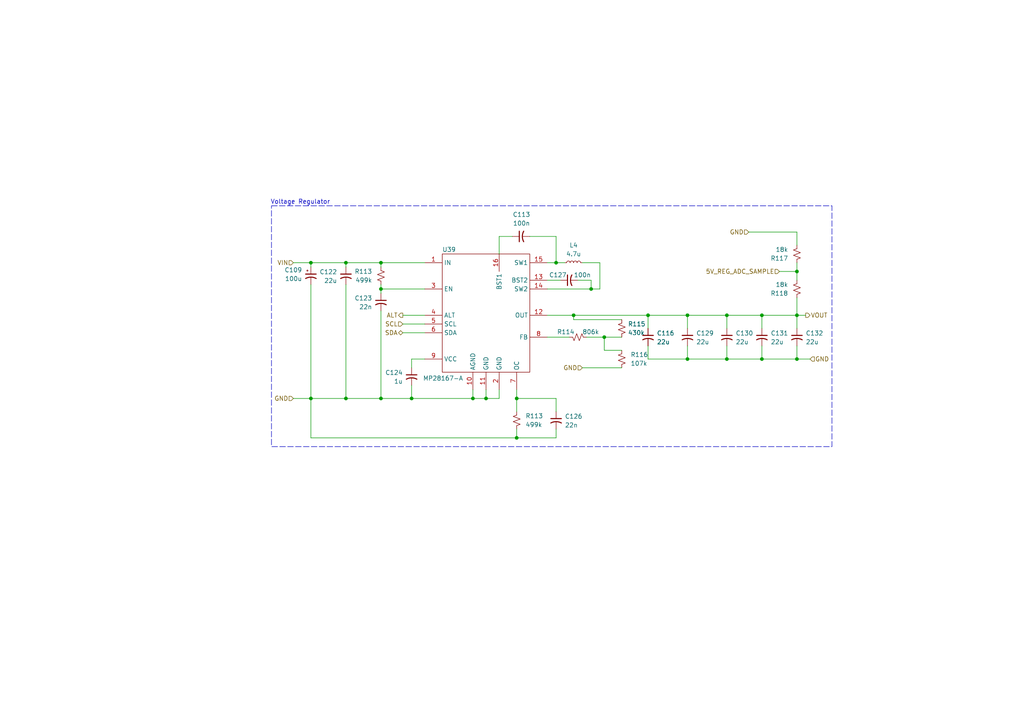
<source format=kicad_sch>
(kicad_sch (version 20250114) (generator "eeschema") (generator_version "9.0")
  (paper "A4")
  (title_block (title "OSUSat CubeSat EPS") (date "2025-08-22") (rev "1") (company "SCRT"))
  (lib_symbols
    (symbol "Device:C_Polarized_Small_US" (pin_numbers (hide yes)) (pin_names (offset 0.254) (hide yes))
      (property "Reference" "C" (at 0.254 1.778 0))
      (property "Value" "C_Polarized_Small_US" (at 0.254 -2.032 0))
      (symbol "C_Polarized_Small_US_0_1"
        (polyline (pts (xy -1.524 0.508) (xy 1.524 0.508)) (stroke (width 0.3048)))
        (polyline (pts (xy -1.27 1.524) (xy -0.762 1.524)))
        (polyline (pts (xy -1.016 1.27) (xy -1.016 1.778)))
        (arc (start -1.524 -0.762) (mid 0 -0.3734) (end 1.524 -0.762) (stroke (width 0.3048)))
      )
      (symbol "C_Polarized_Small_US_1_1"
        (pin passive line (at 0 2.54 270) (length 2.032) (name "~") (number "1"))
        (pin passive line (at 0 -2.54 90) (length 2.032) (name "~") (number "2"))
      )
    )
    (symbol "Device:C_Small_US" (pin_numbers (hide yes)) (pin_names (offset 0.254) (hide yes))
      (property "Reference" "C" (at 0.254 1.778 0))
      (property "Value" "C_Small_US" (at 0.254 -2.032 0))
      (symbol "C_Small_US_0_1"
        (polyline (pts (xy -1.524 0.508) (xy 1.524 0.508)) (stroke (width 0.3048)))
        (arc (start -1.524 -0.762) (mid 0 -0.3734) (end 1.524 -0.762) (stroke (width 0.3048)))
      )
      (symbol "C_Small_US_1_1"
        (pin passive line (at 0 2.54 270) (length 2.032) (name "~") (number "1"))
        (pin passive line (at 0 -2.54 90) (length 2.032) (name "~") (number "2"))
      )
    )
    (symbol "Device:L_Small" (pin_numbers (hide yes)) (pin_names (offset 0.254) (hide yes))
      (property "Reference" "L" (at 0.762 1.016 0))
      (property "Value" "L_Small" (at 0.762 -1.016 0))
      (symbol "L_Small_0_1"
        (arc (start 0 2.032) (mid 0.5058 1.524) (end 0 1.016))
        (arc (start 0 1.016) (mid 0.5058 0.508) (end 0 0))
        (arc (start 0 0) (mid 0.5058 -0.508) (end 0 -1.016))
        (arc (start 0 -1.016) (mid 0.5058 -1.524) (end 0 -2.032))
      )
      (symbol "L_Small_1_1"
        (pin passive line (at 0 2.54 270) (length 0.508) (name "~") (number "1"))
        (pin passive line (at 0 -2.54 90) (length 0.508) (name "~") (number "2"))
      )
    )
    (symbol "Device:R_Small_US" (pin_numbers (hide yes)) (pin_names (offset 0.254) (hide yes))
      (property "Reference" "R" (at 0.762 0.508 0))
      (property "Value" "R_Small_US" (at 0.762 -1.016 0))
      (symbol "R_Small_US_1_1"
        (polyline (pts (xy 0 1.524) (xy 1.016 1.143) (xy 0 0.762) (xy -1.016 0.381) (xy 0 0)))
        (polyline (pts (xy 0 0) (xy 1.016 -0.381) (xy 0 -0.762) (xy -1.016 -1.143) (xy 0 -1.524)))
        (pin passive line (at 0 2.54 270) (length 1.016) (name "~") (number "1"))
        (pin passive line (at 0 -2.54 90) (length 1.016) (name "~") (number "2"))
      )
    )
    (symbol "EPS:MP28167-A"
      (property "Reference" "U" (at -12.446 19.05 0))
      (property "Value" "MP28167-A" (at -13.462 -18.542 0))
      (symbol "MP28167-A_0_1"
        (rectangle (start -12.7 17.78) (end 12.7 -16.51))
      )
      (symbol "MP28167-A_1_1"
        (pin power_in line (at -17.78 15.24 0) (length 5.08) (name "IN") (number "1"))
        (pin input line (at -17.78 7.62 0) (length 5.08) (name "EN") (number "3"))
        (pin output line (at -17.78 0 0) (length 5.08) (name "ALT") (number "4"))
        (pin input line (at -17.78 -2.54 0) (length 5.08) (name "SCL") (number "5"))
        (pin bidirectional line (at -17.78 -5.08 0) (length 5.08) (name "SDA") (number "6"))
        (pin power_out line (at -17.78 -12.7 0) (length 5.08) (name "VCC") (number "9"))
        (pin power_in line (at -3.81 -21.59 90) (length 5.08) (name "AGND") (number "10"))
        (pin power_in line (at 0 -21.59 90) (length 5.08) (name "GND") (number "11"))
        (pin passive line (at 3.81 17.78 270) (length 5.08) (name "BST1") (number "16"))
        (pin power_in line (at 3.81 -21.59 90) (length 5.08) (name "GND") (number "2"))
        (pin input line (at 8.89 -21.59 90) (length 5.08) (name "OC") (number "7"))
        (pin passive line (at 17.78 15.24 180) (length 5.08) (name "SW1") (number "15"))
        (pin passive line (at 17.78 10.16 180) (length 5.08) (name "BST2") (number "13"))
        (pin passive line (at 17.78 7.62 180) (length 5.08) (name "SW2") (number "14"))
        (pin power_out line (at 17.78 0 180) (length 5.08) (name "OUT") (number "12"))
        (pin input line (at 17.78 -6.35 180) (length 5.08) (name "FB") (number "8"))
      )
    )
  )
  (rectangle (start 78.74 59.69) (end 241.3 129.54) (stroke (width 0) (type dash)))
  (text "Voltage Regulator" (at 87.122 58.674 0) (effects (font (size 1.27 1.27))))
  (junction (at 171.45 83.82))
  (junction (at 149.86 127))
  (junction (at 161.29 76.2))
  (junction (at 137.16 115.57))
  (junction (at 210.82 91.44))
  (junction (at 149.86 115.57))
  (junction (at 166.37 91.44))
  (junction (at 119.38 115.57))
  (junction (at 231.14 91.44))
  (junction (at 110.49 83.82))
  (junction (at 140.97 115.57))
  (junction (at 110.49 76.2))
  (junction (at 220.98 91.44))
  (junction (at 187.96 91.44))
  (junction (at 90.17 115.57))
  (junction (at 210.82 104.14))
  (junction (at 90.17 76.2))
  (junction (at 175.26 97.79))
  (junction (at 199.39 104.14))
  (junction (at 231.14 78.74))
  (junction (at 110.49 115.57))
  (junction (at 100.33 115.57))
  (junction (at 231.14 104.14))
  (junction (at 100.33 76.2))
  (junction (at 220.98 104.14))
  (junction (at 199.39 91.44))
  (wire (pts (xy 158.75 81.28) (xy 162.56 81.28)))
  (wire (pts (xy 90.17 115.57) (xy 90.17 127)))
  (wire (pts (xy 220.98 91.44) (xy 220.98 95.25)))
  (wire (pts (xy 167.64 81.28) (xy 171.45 81.28)))
  (wire (pts (xy 110.49 83.82) (xy 110.49 85.09)))
  (wire (pts (xy 100.33 82.55) (xy 100.33 115.57)))
  (wire (pts (xy 231.14 91.44) (xy 231.14 86.36)))
  (wire (pts (xy 137.16 113.03) (xy 137.16 115.57)))
  (wire (pts (xy 187.96 100.33) (xy 187.96 104.14)))
  (wire (pts (xy 110.49 83.82) (xy 123.19 83.82)))
  (wire (pts (xy 187.96 91.44) (xy 187.96 95.25)))
  (wire (pts (xy 158.75 91.44) (xy 166.37 91.44)))
  (wire (pts (xy 140.97 113.03) (xy 140.97 115.57)))
  (wire (pts (xy 158.75 76.2) (xy 161.29 76.2)))
  (wire (pts (xy 220.98 100.33) (xy 220.98 104.14)))
  (wire (pts (xy 90.17 76.2) (xy 90.17 77.47)))
  (wire (pts (xy 149.86 127) (xy 161.29 127)))
  (wire (pts (xy 199.39 104.14) (xy 210.82 104.14)))
  (wire (pts (xy 166.37 91.44) (xy 166.37 92.71)))
  (wire (pts (xy 166.37 91.44) (xy 187.96 91.44)))
  (wire (pts (xy 161.29 124.46) (xy 161.29 127)))
  (wire (pts (xy 119.38 115.57) (xy 137.16 115.57)))
  (wire (pts (xy 144.78 68.58) (xy 148.59 68.58)))
  (wire (pts (xy 149.86 124.46) (xy 149.86 127)))
  (wire (pts (xy 170.18 97.79) (xy 175.26 97.79)))
  (wire (pts (xy 153.67 68.58) (xy 161.29 68.58)))
  (wire (pts (xy 119.38 104.14) (xy 123.19 104.14)))
  (wire (pts (xy 161.29 115.57) (xy 161.29 119.38)))
  (wire (pts (xy 231.14 104.14) (xy 234.95 104.14)))
  (wire (pts (xy 144.78 73.66) (xy 144.78 68.58)))
  (wire (pts (xy 166.37 92.71) (xy 180.34 92.71)))
  (wire (pts (xy 110.49 115.57) (xy 100.33 115.57)))
  (wire (pts (xy 110.49 76.2) (xy 123.19 76.2)))
  (wire (pts (xy 110.49 115.57) (xy 119.38 115.57)))
  (wire (pts (xy 210.82 100.33) (xy 210.82 104.14)))
  (wire (pts (xy 175.26 101.6) (xy 180.34 101.6)))
  (wire (pts (xy 110.49 76.2) (xy 110.49 77.47)))
  (wire (pts (xy 116.84 96.52) (xy 123.19 96.52)))
  (wire (pts (xy 231.14 67.31) (xy 217.17 67.31)))
  (wire (pts (xy 231.14 78.74) (xy 226.06 78.74)))
  (wire (pts (xy 149.86 113.03) (xy 149.86 115.57)))
  (wire (pts (xy 90.17 76.2) (xy 100.33 76.2)))
  (wire (pts (xy 119.38 106.68) (xy 119.38 104.14)))
  (wire (pts (xy 231.14 71.12) (xy 231.14 67.31)))
  (wire (pts (xy 168.91 106.68) (xy 180.34 106.68)))
  (wire (pts (xy 116.84 91.44) (xy 123.19 91.44)))
  (wire (pts (xy 175.26 97.79) (xy 180.34 97.79)))
  (wire (pts (xy 231.14 81.28) (xy 231.14 78.74)))
  (wire (pts (xy 100.33 76.2) (xy 100.33 77.47)))
  (wire (pts (xy 187.96 104.14) (xy 199.39 104.14)))
  (wire (pts (xy 144.78 113.03) (xy 144.78 115.57)))
  (wire (pts (xy 158.75 83.82) (xy 171.45 83.82)))
  (wire (pts (xy 110.49 82.55) (xy 110.49 83.82)))
  (wire (pts (xy 210.82 104.14) (xy 220.98 104.14)))
  (wire (pts (xy 100.33 115.57) (xy 90.17 115.57)))
  (wire (pts (xy 85.09 76.2) (xy 90.17 76.2)))
  (wire (pts (xy 171.45 81.28) (xy 171.45 83.82)))
  (wire (pts (xy 161.29 68.58) (xy 161.29 76.2)))
  (wire (pts (xy 199.39 91.44) (xy 210.82 91.44)))
  (wire (pts (xy 144.78 115.57) (xy 140.97 115.57)))
  (wire (pts (xy 199.39 91.44) (xy 199.39 95.25)))
  (wire (pts (xy 110.49 90.17) (xy 110.49 115.57)))
  (wire (pts (xy 231.14 100.33) (xy 231.14 104.14)))
  (wire (pts (xy 173.99 76.2) (xy 173.99 83.82)))
  (wire (pts (xy 119.38 111.76) (xy 119.38 115.57)))
  (wire (pts (xy 199.39 100.33) (xy 199.39 104.14)))
  (wire (pts (xy 161.29 76.2) (xy 163.83 76.2)))
  (wire (pts (xy 220.98 91.44) (xy 231.14 91.44)))
  (wire (pts (xy 149.86 115.57) (xy 149.86 119.38)))
  (wire (pts (xy 175.26 97.79) (xy 175.26 101.6)))
  (wire (pts (xy 149.86 127) (xy 90.17 127)))
  (wire (pts (xy 116.84 93.98) (xy 123.19 93.98)))
  (wire (pts (xy 149.86 115.57) (xy 161.29 115.57)))
  (wire (pts (xy 231.14 95.25) (xy 231.14 91.44)))
  (wire (pts (xy 210.82 91.44) (xy 210.82 95.25)))
  (wire (pts (xy 220.98 104.14) (xy 231.14 104.14)))
  (wire (pts (xy 187.96 91.44) (xy 199.39 91.44)))
  (wire (pts (xy 210.82 91.44) (xy 220.98 91.44)))
  (wire (pts (xy 100.33 76.2) (xy 110.49 76.2)))
  (wire (pts (xy 158.75 97.79) (xy 165.1 97.79)))
  (wire (pts (xy 173.99 83.82) (xy 171.45 83.82)))
  (wire (pts (xy 231.14 91.44) (xy 233.68 91.44)))
  (wire (pts (xy 231.14 78.74) (xy 231.14 76.2)))
  (wire (pts (xy 90.17 82.55) (xy 90.17 115.57)))
  (wire (pts (xy 168.91 76.2) (xy 173.99 76.2)))
  (wire (pts (xy 90.17 115.57) (xy 85.09 115.57)))
  (wire (pts (xy 140.97 115.57) (xy 137.16 115.57)))
  (hierarchical_label "GND" (shape input) (at 85.09 115.57 180))
  (hierarchical_label "SCL" (shape input) (at 116.84 93.98 180))
  (hierarchical_label "GND" (shape input) (at 234.95 104.14 0))
  (hierarchical_label "5V_REG_ADC_SAMPLE" (shape input) (at 226.06 78.74 180))
  (hierarchical_label "ALT" (shape output) (at 116.84 91.44 180))
  (hierarchical_label "SDA" (shape bidirectional) (at 116.84 96.52 180))
  (hierarchical_label "VOUT" (shape output) (at 233.68 91.44 0))
  (hierarchical_label "VIN" (shape input) (at 85.09 76.2 180))
  (hierarchical_label "GND" (shape input) (at 217.17 67.31 180))
  (hierarchical_label "GND" (shape input) (at 168.91 106.68 180))
  (symbol (lib_id "Device:R_Small_US") (at 180.34 95.25 0) (mirror y) (unit 1)
    (property "Reference" "R115" (at 182.118 93.98 0) (effects (justify right)))
    (property "Value" "430k" (at 182.118 96.52 0) (effects (justify right)))
    (property "Footprint" "Resistor_SMD:R_0603_1608Metric" (effects (hide yes)))
    (property "Description" "Resistor, small US symbol" (effects (hide yes)))
  )
  (symbol (lib_id "Device:C_Small_US") (at 119.38 109.22 0) (unit 1)
    (property "Reference" "C124" (at 116.84 108.0769 0) (effects (justify right)))
    (property "Value" "1u" (at 116.84 110.6169 0) (effects (justify right)))
    (property "Footprint" "Capacitor_SMD:C_0603_1608Metric" (effects (hide yes)))
    (property "Description" "capacitor, small US symbol" (effects (hide yes)))
  )
  (symbol (lib_id "Device:C_Small_US") (at 100.33 80.01 0) (unit 1)
    (property "Reference" "C122" (at 97.79 78.8669 0) (effects (justify right)))
    (property "Value" "22u" (at 97.79 81.4069 0) (effects (justify right)))
    (property "Footprint" "Capacitor_SMD:C_0603_1608Metric" (effects (hide yes)))
    (property "Description" "capacitor, small US symbol" (effects (hide yes)))
  )
  (symbol (lib_id "Device:R_Small_US") (at 167.64 97.79 90) (mirror x) (unit 1)
    (property "Reference" "R114" (at 161.544 96.266 90) (effects (justify right)))
    (property "Value" "806k" (at 168.91 96.266 90) (effects (justify right)))
    (property "Footprint" "Resistor_SMD:R_0603_1608Metric" (effects (hide yes)))
    (property "Description" "Resistor, small US symbol" (effects (hide yes)))
  )
  (symbol (lib_id "Device:R_Small_US") (at 231.14 73.66 0) (mirror x) (unit 1)
    (property "Reference" "R117" (at 228.6 74.9301 0) (effects (justify right)))
    (property "Value" "18k" (at 228.6 72.3901 0) (effects (justify right)))
    (property "Footprint" "Resistor_SMD:R_0603_1608Metric" (effects (hide yes)))
    (property "Description" "Resistor, small US symbol" (effects (hide yes)))
  )
  (symbol (lib_id "Device:C_Small_US") (at 220.98 97.79 0) (unit 1)
    (property "Reference" "C131" (at 223.52 96.6469 0) (effects (justify left)))
    (property "Value" "22u" (at 223.52 99.1869 0) (effects (justify left)))
    (property "Footprint" "Capacitor_SMD:C_0603_1608Metric" (effects (hide yes)))
    (property "Description" "capacitor, small US symbol" (effects (hide yes)))
  )
  (symbol (lib_id "EPS:MP28167-A") (at 140.97 91.44 0) (unit 1)
    (property "Reference" "U40" (at 128.27 72.39 0) (effects (justify left)))
    (property "Value" "MP28167-A" (at 122.682 109.728 0) (effects (justify left)))
    (property "Footprint" "Package_DFN_QFN:MPS_QFN-16_3x3mm_P0.5mm" (effects (hide yes)))
    (instances (project "" (path "" (reference "U39") (unit 1)) (path "" (reference "U40") (unit 1))))
  )
  (symbol (lib_id "Device:R_Small_US") (at 180.34 104.14 0) (mirror y) (unit 1)
    (property "Reference" "R116" (at 182.88 102.8699 0) (effects (justify right)))
    (property "Value" "107k" (at 182.88 105.4099 0) (effects (justify right)))
    (property "Footprint" "Resistor_SMD:R_0603_1608Metric" (effects (hide yes)))
    (property "Description" "Resistor, small US symbol" (effects (hide yes)))
  )
  (symbol (lib_id "Device:L_Small") (at 166.37 76.2 90) (unit 1)
    (property "Reference" "L5" (at 166.37 71.12 90))
    (property "Value" "4.7u" (at 166.37 73.66 90))
    (property "Footprint" "Inductor_SMD:L_Vishay_IHLP-2020" (effects (hide yes)))
    (property "Description" "Inductor, small symbol" (effects (hide yes)))
    (instances (project "" (path "" (reference "L4") (unit 1)) (path "" (reference "L5") (unit 1))))
  )
  (symbol (lib_id "Device:C_Small_US") (at 199.39 97.79 0) (unit 1)
    (property "Reference" "C129" (at 201.93 96.6469 0) (effects (justify left)))
    (property "Value" "22u" (at 201.93 99.1869 0) (effects (justify left)))
    (property "Footprint" "Capacitor_SMD:C_0603_1608Metric" (effects (hide yes)))
    (property "Description" "capacitor, small US symbol" (effects (hide yes)))
  )
  (symbol (lib_id "Device:C_Small_US") (at 165.1 81.28 90) (unit 1)
    (property "Reference" "C127" (at 161.798 79.756 90))
    (property "Value" "100n" (at 168.91 79.756 90))
    (property "Footprint" "Capacitor_SMD:C_0603_1608Metric" (effects (hide yes)))
    (property "Description" "capacitor, small US symbol" (effects (hide yes)))
  )
  (symbol (lib_id "Device:R_Small_US") (at 149.86 121.92 0) (mirror y) (unit 1)
    (property "Reference" "R113" (at 152.4 120.6499 0) (effects (justify right)))
    (property "Value" "499k" (at 152.4 123.1899 0) (effects (justify right)))
    (property "Footprint" "Resistor_SMD:R_0603_1608Metric" (effects (hide yes)))
    (property "Description" "Resistor, small US symbol" (effects (hide yes)))
  )
  (symbol (lib_id "Device:C_Small_US") (at 187.96 97.79 0) (unit 1)
    (property "Reference" "C128" (at 190.5 96.6469 0) (effects (justify left)))
    (property "Value" "22u" (at 190.5 99.1869 0) (effects (justify left)))
    (property "Footprint" "Capacitor_SMD:C_0603_1608Metric" (effects (hide yes)))
    (property "Description" "capacitor, small US symbol" (effects (hide yes)))
    (instances (project "" (path "" (reference "C116") (unit 1)) (path "" (reference "C128") (unit 1))))
  )
  (symbol (lib_id "Device:C_Small_US") (at 210.82 97.79 0) (unit 1)
    (property "Reference" "C130" (at 213.36 96.6469 0) (effects (justify left)))
    (property "Value" "22u" (at 213.36 99.1869 0) (effects (justify left)))
    (property "Footprint" "Capacitor_SMD:C_0603_1608Metric" (effects (hide yes)))
    (property "Description" "capacitor, small US symbol" (effects (hide yes)))
  )
  (symbol (lib_id "Device:C_Polarized_Small_US") (at 90.17 80.01 0) (unit 1)
    (property "Reference" "C121" (at 87.63 78.3081 0) (effects (justify right)))
    (property "Value" "100u" (at 87.63 80.8481 0) (effects (justify right)))
    (property "Footprint" "Capacitor_Tantalum_SMD:CP_EIA-3216-18_Kemet-A" (effects (hide yes)))
    (property "Description" "Polarized capacitor, small US symbol" (effects (hide yes)))
    (instances (project "" (path "" (reference "C109") (unit 1)) (path "" (reference "C121") (unit 1))))
  )
  (symbol (lib_id "Device:C_Small_US") (at 231.14 97.79 0) (unit 1)
    (property "Reference" "C132" (at 233.68 96.6469 0) (effects (justify left)))
    (property "Value" "22u" (at 233.68 99.1869 0) (effects (justify left)))
    (property "Footprint" "Capacitor_SMD:C_0603_1608Metric" (effects (hide yes)))
    (property "Description" "capacitor, small US symbol" (effects (hide yes)))
  )
  (symbol (lib_id "Device:R_Small_US") (at 231.14 83.82 0) (mirror x) (unit 1)
    (property "Reference" "R118" (at 228.6 85.0901 0) (effects (justify right)))
    (property "Value" "18k" (at 228.6 82.5501 0) (effects (justify right)))
    (property "Footprint" "Resistor_SMD:R_0603_1608Metric" (effects (hide yes)))
    (property "Description" "Resistor, small US symbol" (effects (hide yes)))
  )
  (symbol (lib_id "Device:C_Small_US") (at 161.29 121.92 0) (mirror y) (unit 1)
    (property "Reference" "C126" (at 163.83 120.7769 0) (effects (justify right)))
    (property "Value" "22n" (at 163.83 123.3169 0) (effects (justify right)))
    (property "Footprint" "Capacitor_SMD:C_0603_1608Metric" (effects (hide yes)))
    (property "Description" "capacitor, small US symbol" (effects (hide yes)))
  )
  (symbol (lib_id "Device:C_Small_US") (at 151.13 68.58 90) (unit 1)
    (property "Reference" "C125" (at 151.257 62.23 90))
    (property "Value" "100n" (at 151.257 64.77 90))
    (property "Footprint" "Capacitor_SMD:C_0603_1608Metric" (effects (hide yes)))
    (property "Description" "capacitor, small US symbol" (effects (hide yes)))
    (instances (project "" (path "" (reference "C113") (unit 1)) (path "" (reference "C125") (unit 1))))
  )
  (symbol (lib_id "Device:R_Small_US") (at 110.49 80.01 0) (unit 1)
    (property "Reference" "R112" (at 107.95 78.7399 0) (effects (justify right)))
    (property "Value" "499k" (at 107.95 81.2799 0) (effects (justify right)))
    (property "Footprint" "Resistor_SMD:R_0603_1608Metric" (effects (hide yes)))
    (property "Description" "Resistor, small US symbol" (effects (hide yes)))
    (instances (project "" (path "" (reference "R113") (unit 1)) (path "" (reference "R112") (unit 1))))
  )
  (symbol (lib_id "Device:C_Small_US") (at 110.49 87.63 0) (unit 1)
    (property "Reference" "C123" (at 107.95 86.4869 0) (effects (justify right)))
    (property "Value" "22n" (at 107.95 89.0269 0) (effects (justify right)))
    (property "Footprint" "Capacitor_SMD:C_0603_1608Metric" (effects (hide yes)))
    (property "Description" "capacitor, small US symbol" (effects (hide yes)))
  )
)
</source>
